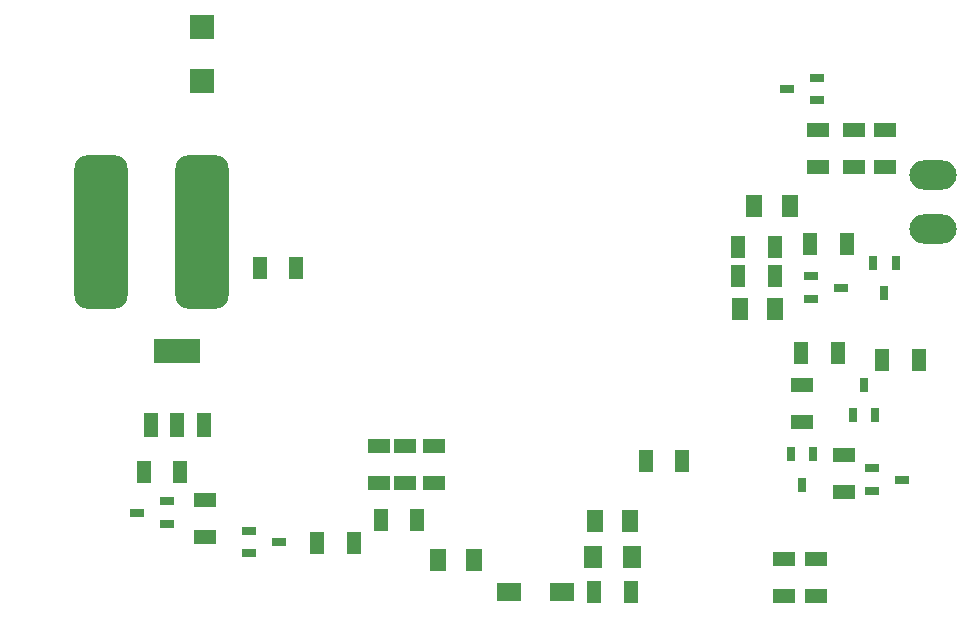
<source format=gtp>
G04*
G04 #@! TF.GenerationSoftware,Altium Limited,Altium Designer,19.1.9 (167)*
G04*
G04 Layer_Color=8421504*
%FSLAX44Y44*%
%MOMM*%
G71*
G01*
G75*
%ADD16R,1.1500X1.8500*%
G04:AMPARAMS|DCode=17|XSize=4.5mm|YSize=13mm|CornerRadius=1.125mm|HoleSize=0mm|Usage=FLASHONLY|Rotation=0.000|XOffset=0mm|YOffset=0mm|HoleType=Round|Shape=RoundedRectangle|*
%AMROUNDEDRECTD17*
21,1,4.5000,10.7500,0,0,0.0*
21,1,2.2500,13.0000,0,0,0.0*
1,1,2.2500,1.1250,-5.3750*
1,1,2.2500,-1.1250,-5.3750*
1,1,2.2500,-1.1250,5.3750*
1,1,2.2500,1.1250,5.3750*
%
%ADD17ROUNDEDRECTD17*%
%ADD18R,1.1500X0.7500*%
%ADD19R,1.8500X1.1500*%
%ADD20R,1.3500X1.9500*%
%ADD21R,1.2000X2.0000*%
%ADD22R,4.0000X2.0000*%
%ADD23R,2.1500X2.1000*%
%ADD24R,0.7500X1.1500*%
%ADD25R,1.5500X1.8500*%
%ADD26R,2.0000X1.5500*%
%ADD27O,4.0000X2.5000*%
D16*
X-185500Y0D02*
D03*
X-216500D02*
D03*
X-136500Y-233000D02*
D03*
X-167500D02*
D03*
X-283500Y-173000D02*
D03*
X-314500D02*
D03*
X-83000Y-214000D02*
D03*
X-114000D02*
D03*
X310500Y-78000D02*
D03*
X341500D02*
D03*
X249500Y20000D02*
D03*
X280500D02*
D03*
X189000Y17500D02*
D03*
X220000D02*
D03*
X189000Y-7500D02*
D03*
X220000D02*
D03*
X242000Y-72500D02*
D03*
X273000D02*
D03*
X141500Y-164000D02*
D03*
X110500D02*
D03*
X98000Y-275000D02*
D03*
X67000D02*
D03*
D17*
X-265500Y30001D02*
D03*
X-350500D02*
D03*
D18*
X-199750Y-232500D02*
D03*
X-225250Y-242000D02*
D03*
X-225250Y-223000D02*
D03*
X-320250Y-207500D02*
D03*
X-294750Y-198000D02*
D03*
Y-217000D02*
D03*
X230250Y151000D02*
D03*
X255750Y160500D02*
D03*
X255750Y141500D02*
D03*
X275500Y-17000D02*
D03*
X250000Y-26500D02*
D03*
Y-7500D02*
D03*
X327500Y-179500D02*
D03*
X302000Y-189000D02*
D03*
X302000Y-170000D02*
D03*
D19*
X-262500Y-228000D02*
D03*
Y-197000D02*
D03*
X-93000Y-182000D02*
D03*
Y-151000D02*
D03*
X-69000Y-182000D02*
D03*
Y-151000D02*
D03*
X-115000Y-182000D02*
D03*
Y-151000D02*
D03*
X256000Y85500D02*
D03*
Y116500D02*
D03*
X287000Y85500D02*
D03*
Y116500D02*
D03*
X313000Y85500D02*
D03*
Y116500D02*
D03*
X242500Y-130500D02*
D03*
Y-99500D02*
D03*
X278000Y-190000D02*
D03*
Y-159000D02*
D03*
X227500Y-278000D02*
D03*
Y-247000D02*
D03*
X255000Y-278000D02*
D03*
Y-247000D02*
D03*
D20*
X-65000Y-248000D02*
D03*
X-35000Y-248000D02*
D03*
X232500Y52500D02*
D03*
X202500Y52500D02*
D03*
X190000Y-35000D02*
D03*
X220000D02*
D03*
X67500Y-215000D02*
D03*
X97500Y-215000D02*
D03*
D21*
X-308750Y-133250D02*
D03*
X-286250D02*
D03*
X-263750D02*
D03*
D22*
X-286250Y-70750D02*
D03*
D23*
X-265250Y203750D02*
D03*
X-265250Y157750D02*
D03*
D24*
X312500Y-21500D02*
D03*
X303000Y4000D02*
D03*
X322000Y4000D02*
D03*
X295500Y-99500D02*
D03*
X305000Y-125000D02*
D03*
X286000D02*
D03*
X243000Y-183750D02*
D03*
X233500Y-158250D02*
D03*
X252500D02*
D03*
D25*
X65750Y-245000D02*
D03*
X99250Y-245000D02*
D03*
D26*
X40000Y-275000D02*
D03*
X-5000D02*
D03*
D27*
X354000Y78000D02*
D03*
X353750Y32750D02*
D03*
M02*

</source>
